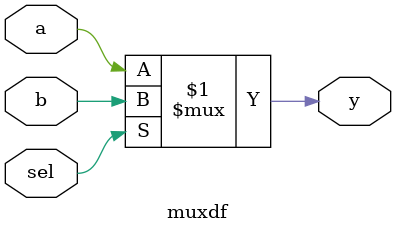
<source format=v>
module muxdf(input a, b, sel, output y);
  assign y = sel ? b : a;
endmodule


</source>
